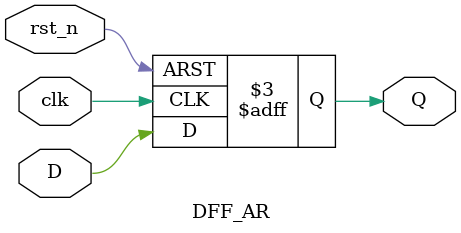
<source format=sv>
module DFF#(
    parameter DW=1
    )(
    input logic [DW-1:0]    D,
    input logic             clk,
    output logic[DW-1:0]    Q
);

always_ff@(posedge clk)
        Q <= D;
endmodule

module DFF_A#(
    parameter DW=1
    )(
    input logic [DW-1:0]    D,
    input logic             clk,
    input logic             rst_n,
    output logic[DW-1:0]    Q
);

always_ff@(posedge clk)
    if(!rst_n) 
        Q <= '0;
    else
        Q <= D;
endmodule

module DFF_AR#(
    parameter DW=1
    )(
    input logic [DW-1:0]    D,
    input logic             clk,
    input logic             rst_n,
    output logic[DW-1:0]    Q
);

always_ff@(posedge clk or negedge rst_n)
    if(!rst_n) 
        Q <= '0;
    else
        Q <= D;
endmodule

</source>
